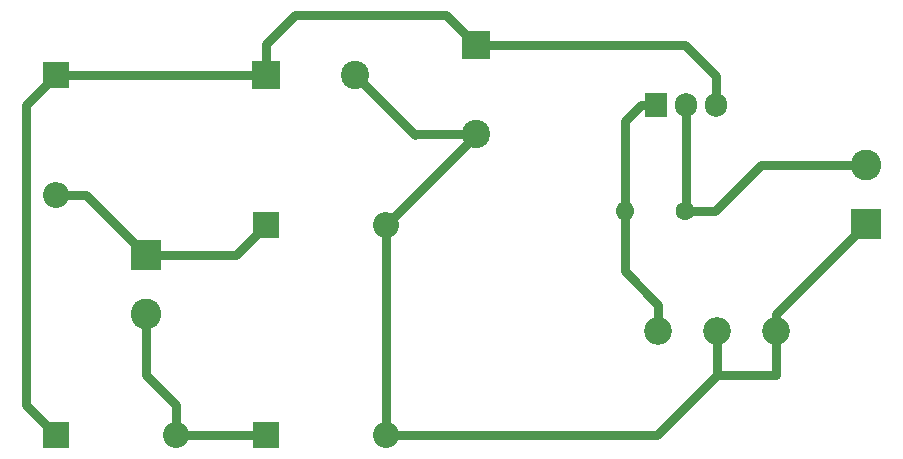
<source format=gbr>
%TF.GenerationSoftware,KiCad,Pcbnew,8.0.4*%
%TF.CreationDate,2024-08-26T23:26:11+02:00*%
%TF.ProjectId,regulateur_tension,72656775-6c61-4746-9575-725f74656e73,rev?*%
%TF.SameCoordinates,Original*%
%TF.FileFunction,Copper,L1,Top*%
%TF.FilePolarity,Positive*%
%FSLAX46Y46*%
G04 Gerber Fmt 4.6, Leading zero omitted, Abs format (unit mm)*
G04 Created by KiCad (PCBNEW 8.0.4) date 2024-08-26 23:26:11*
%MOMM*%
%LPD*%
G01*
G04 APERTURE LIST*
%TA.AperFunction,ComponentPad*%
%ADD10C,2.600000*%
%TD*%
%TA.AperFunction,ComponentPad*%
%ADD11R,2.600000X2.600000*%
%TD*%
%TA.AperFunction,ComponentPad*%
%ADD12O,2.200000X2.200000*%
%TD*%
%TA.AperFunction,ComponentPad*%
%ADD13R,2.200000X2.200000*%
%TD*%
%TA.AperFunction,ComponentPad*%
%ADD14R,2.400000X2.400000*%
%TD*%
%TA.AperFunction,ComponentPad*%
%ADD15C,2.400000*%
%TD*%
%TA.AperFunction,ComponentPad*%
%ADD16O,1.600000X1.600000*%
%TD*%
%TA.AperFunction,ComponentPad*%
%ADD17C,1.600000*%
%TD*%
%TA.AperFunction,ComponentPad*%
%ADD18O,1.905000X2.000000*%
%TD*%
%TA.AperFunction,ComponentPad*%
%ADD19R,1.905000X2.000000*%
%TD*%
%TA.AperFunction,ComponentPad*%
%ADD20C,2.340000*%
%TD*%
%TA.AperFunction,Conductor*%
%ADD21C,0.800000*%
%TD*%
G04 APERTURE END LIST*
D10*
%TO.P,INPUT_AC1,2,Pin_2*%
%TO.N,Net-(D2-K)*%
X30600000Y-44250000D03*
D11*
%TO.P,INPUT_AC1,1,Pin_1*%
%TO.N,Net-(D1-A)*%
X30600000Y-39250000D03*
%TD*%
D12*
%TO.P,D2,2,A*%
%TO.N,GND*%
X50920000Y-54490000D03*
D13*
%TO.P,D2,1,K*%
%TO.N,Net-(D2-K)*%
X40760000Y-54490000D03*
%TD*%
D12*
%TO.P,D1,2,A*%
%TO.N,Net-(D1-A)*%
X22980000Y-34170000D03*
D13*
%TO.P,D1,1,K*%
%TO.N,Net-(D1-K)*%
X22980000Y-24010000D03*
%TD*%
D14*
%TO.P,C2,1*%
%TO.N,Net-(D1-K)*%
X58540000Y-21470000D03*
D15*
%TO.P,C2,2*%
%TO.N,GND*%
X58540000Y-28970000D03*
%TD*%
D12*
%TO.P,D3,2,A*%
%TO.N,Net-(D2-K)*%
X33140000Y-54490000D03*
D13*
%TO.P,D3,1,K*%
%TO.N,Net-(D1-K)*%
X22980000Y-54490000D03*
%TD*%
D12*
%TO.P,D4,2,A*%
%TO.N,GND*%
X50920000Y-36710000D03*
D13*
%TO.P,D4,1,K*%
%TO.N,Net-(D1-A)*%
X40760000Y-36710000D03*
%TD*%
D16*
%TO.P,R1,2*%
%TO.N,Net-(RegulateurV1-ADJ)*%
X71120000Y-35560000D03*
D17*
%TO.P,R1,1*%
%TO.N,Net-(OUTPUT1-Pin_2)*%
X76200000Y-35560000D03*
%TD*%
D18*
%TO.P,RegulateurV1,3,VI*%
%TO.N,Net-(D1-K)*%
X78860000Y-26550000D03*
%TO.P,RegulateurV1,2,VO*%
%TO.N,Net-(OUTPUT1-Pin_2)*%
X76320000Y-26550000D03*
D19*
%TO.P,RegulateurV1,1,ADJ*%
%TO.N,Net-(RegulateurV1-ADJ)*%
X73780000Y-26550000D03*
%TD*%
D14*
%TO.P,C1,1*%
%TO.N,Net-(D1-K)*%
X40760000Y-24010000D03*
D15*
%TO.P,C1,2*%
%TO.N,GND*%
X48260000Y-24010000D03*
%TD*%
D20*
%TO.P,R2,1,1*%
%TO.N,Net-(RegulateurV1-ADJ)*%
X73940000Y-45720000D03*
%TO.P,R2,2,2*%
%TO.N,GND*%
X78940000Y-45720000D03*
%TO.P,R2,3,3*%
X83940000Y-45720000D03*
%TD*%
D11*
%TO.P,OUTPUT1,1,Pin_1*%
%TO.N,GND*%
X91560000Y-36630000D03*
D10*
%TO.P,OUTPUT1,2,Pin_2*%
%TO.N,Net-(OUTPUT1-Pin_2)*%
X91560000Y-31630000D03*
%TD*%
D21*
%TO.N,GND*%
X78940000Y-45720000D02*
X78940000Y-49410000D01*
%TO.N,Net-(RegulateurV1-ADJ)*%
X71120000Y-40640000D02*
X71120000Y-35560000D01*
X73940000Y-43460000D02*
X71120000Y-40640000D01*
X73940000Y-45720000D02*
X73940000Y-43460000D01*
%TO.N,Net-(OUTPUT1-Pin_2)*%
X78740000Y-35560000D02*
X76200000Y-35560000D01*
X82670000Y-31630000D02*
X78740000Y-35560000D01*
X91560000Y-31630000D02*
X82670000Y-31630000D01*
X76320000Y-35440000D02*
X76200000Y-35560000D01*
X76320000Y-26550000D02*
X76320000Y-35440000D01*
%TO.N,Net-(RegulateurV1-ADJ)*%
X71120000Y-27940000D02*
X71120000Y-35560000D01*
X72510000Y-26550000D02*
X71120000Y-27940000D01*
X73780000Y-26550000D02*
X72510000Y-26550000D01*
%TO.N,GND*%
X73860000Y-54490000D02*
X78940000Y-49410000D01*
X50920000Y-54490000D02*
X73860000Y-54490000D01*
X50920000Y-54490000D02*
X50920000Y-36710000D01*
X83940000Y-49410000D02*
X78940000Y-49410000D01*
X83940000Y-44250000D02*
X91560000Y-36630000D01*
X83940000Y-49410000D02*
X83940000Y-44250000D01*
%TO.N,Net-(D1-K)*%
X78860000Y-24130000D02*
X78860000Y-26550000D01*
X58540000Y-21470000D02*
X76200000Y-21470000D01*
X76200000Y-21470000D02*
X78860000Y-24130000D01*
X43180000Y-18930000D02*
X56000000Y-18930000D01*
X56000000Y-18930000D02*
X58540000Y-21470000D01*
X40760000Y-21350000D02*
X43180000Y-18930000D01*
X40760000Y-24010000D02*
X40760000Y-21350000D01*
%TO.N,GND*%
X53460000Y-28970000D02*
X58540000Y-28970000D01*
X53340000Y-29090000D02*
X53460000Y-28970000D01*
X48260000Y-24010000D02*
X53340000Y-29090000D01*
X58540000Y-29090000D02*
X58540000Y-28970000D01*
X50920000Y-36710000D02*
X58540000Y-29090000D01*
%TO.N,Net-(D1-A)*%
X38220000Y-39250000D02*
X40760000Y-36710000D01*
X30600000Y-39250000D02*
X38220000Y-39250000D01*
%TO.N,Net-(D2-K)*%
X33140000Y-54490000D02*
X40760000Y-54490000D01*
X33140000Y-51950000D02*
X33140000Y-54490000D01*
X30600000Y-49410000D02*
X33140000Y-51950000D01*
X30600000Y-44250000D02*
X30600000Y-49410000D01*
%TO.N,Net-(D1-K)*%
X20440000Y-51950000D02*
X22980000Y-54490000D01*
X20440000Y-26550000D02*
X20440000Y-51950000D01*
X22980000Y-24010000D02*
X20440000Y-26550000D01*
%TO.N,Net-(D1-A)*%
X22980000Y-34170000D02*
X25520000Y-34170000D01*
X25520000Y-34170000D02*
X30600000Y-39250000D01*
%TO.N,Net-(D1-K)*%
X22980000Y-24010000D02*
X40760000Y-24010000D01*
%TD*%
M02*

</source>
